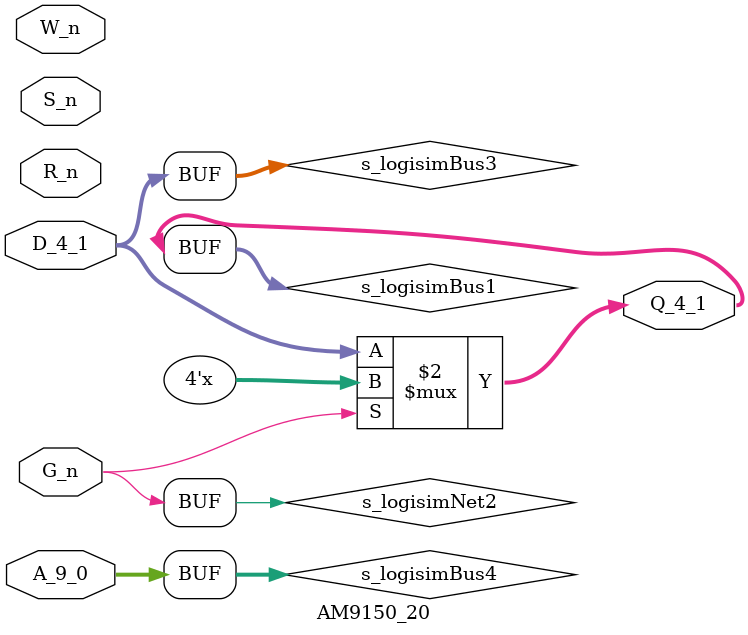
<source format=v>
/******************************************************************************
 ** Logisim-evolution goes FPGA automatic generated Verilog code             **
 ** https://github.com/logisim-evolution/                                    **
 **                                                                          **
 ** Component : AM9150_20                                                    **
 **                                                                          **
 *****************************************************************************/

module AM9150_20( A_9_0,
                  D_4_1,
                  G_n,
                  Q_4_1,
                  R_n,
                  S_n,
                  W_n );

   /*******************************************************************************
   ** The inputs are defined here                                                **
   *******************************************************************************/
   input [9:0] A_9_0;
   input [3:0] D_4_1;
   input       G_n;
   input       R_n;
   input       S_n;
   input       W_n;

   /*******************************************************************************
   ** The outputs are defined here                                               **
   *******************************************************************************/
   output [3:0] Q_4_1;

   /*******************************************************************************
   ** The wires are defined here                                                 **
   *******************************************************************************/
   wire [3:0] s_logisimBus1;
   wire [3:0] s_logisimBus3;
   wire [9:0] s_logisimBus4;
   wire       s_logisimNet0;
   wire       s_logisimNet2;

   /*******************************************************************************
   ** The module functionality is described here                                 **
   *******************************************************************************/

   /*******************************************************************************
   ** Here all input connections are defined                                     **
   *******************************************************************************/
   assign s_logisimBus3[3:0] = D_4_1;
   assign s_logisimBus4[9:0] = A_9_0;
   assign s_logisimNet2      = G_n;

   /*******************************************************************************
   ** Here all output connections are defined                                    **
   *******************************************************************************/
   assign Q_4_1 = s_logisimBus1[3:0];

   /*******************************************************************************
   ** Here all in-lined components are defined                                   **
   *******************************************************************************/

   // NOT Gate
   assign s_logisimNet0 = ~s_logisimNet2;

   // Controlled Buffer
   assign s_logisimBus1 = (s_logisimNet0) ? s_logisimBus3 : 4'bZ;

endmodule

</source>
